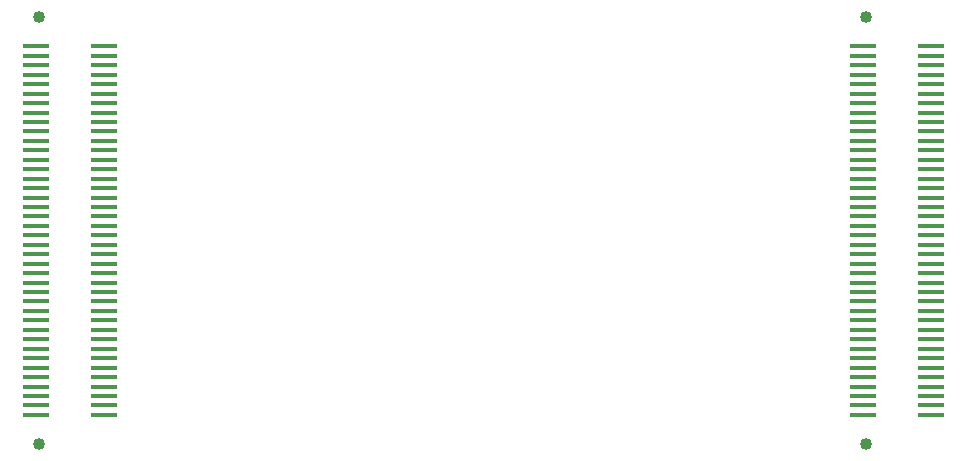
<source format=gbr>
G04 #@! TF.GenerationSoftware,KiCad,Pcbnew,9.0.0*
G04 #@! TF.CreationDate,2025-04-07T23:04:34+01:00*
G04 #@! TF.ProjectId,ephys-test-module-128,65706879-732d-4746-9573-742d6d6f6475,A*
G04 #@! TF.SameCoordinates,Original*
G04 #@! TF.FileFunction,Soldermask,Bot*
G04 #@! TF.FilePolarity,Negative*
%FSLAX46Y46*%
G04 Gerber Fmt 4.6, Leading zero omitted, Abs format (unit mm)*
G04 Created by KiCad (PCBNEW 9.0.0) date 2025-04-07 23:04:34*
%MOMM*%
%LPD*%
G01*
G04 APERTURE LIST*
%ADD10C,1.020000*%
%ADD11R,2.273000X0.410000*%
G04 APERTURE END LIST*
D10*
G04 #@! TO.C,J2*
X118080000Y-81935000D03*
X118080000Y-118065000D03*
D11*
X123613500Y-84400000D03*
X117886500Y-84400000D03*
X123613500Y-85200000D03*
X117886500Y-85200000D03*
X123613500Y-86000000D03*
X117886500Y-86000000D03*
X123613500Y-86800000D03*
X117886500Y-86800000D03*
X123613500Y-87600000D03*
X117886500Y-87600000D03*
X123613500Y-88400000D03*
X117886500Y-88400000D03*
X123613500Y-89200000D03*
X117886500Y-89200000D03*
X123613500Y-90000000D03*
X117886500Y-90000000D03*
X123613500Y-90800000D03*
X117886500Y-90800000D03*
X123613500Y-91600000D03*
X117886500Y-91600000D03*
X123613500Y-92400000D03*
X117886500Y-92400000D03*
X123613500Y-93200000D03*
X117886500Y-93200000D03*
X123613500Y-94000000D03*
X117886500Y-94000000D03*
X123613500Y-94800000D03*
X117886500Y-94800000D03*
X123613500Y-95600000D03*
X117886500Y-95600000D03*
X123613500Y-96400000D03*
X117886500Y-96400000D03*
X123613500Y-97200000D03*
X117886500Y-97200000D03*
X123613500Y-98000000D03*
X117886500Y-98000000D03*
X123613500Y-98800000D03*
X117886500Y-98800000D03*
X123613500Y-99600000D03*
X117886500Y-99600000D03*
X123613500Y-100400000D03*
X117886500Y-100400000D03*
X123613500Y-101200000D03*
X117886500Y-101200000D03*
X123613500Y-102000000D03*
X117886500Y-102000000D03*
X123613500Y-102800000D03*
X117886500Y-102800000D03*
X123613500Y-103600000D03*
X117886500Y-103600000D03*
X123613500Y-104400000D03*
X117886500Y-104400000D03*
X123613500Y-105200000D03*
X117886500Y-105200000D03*
X123613500Y-106000000D03*
X117886500Y-106000000D03*
X123613500Y-106800000D03*
X117886500Y-106800000D03*
X123613500Y-107600000D03*
X117886500Y-107600000D03*
X123613500Y-108400000D03*
X117886500Y-108400000D03*
X123613500Y-109200000D03*
X117886500Y-109200000D03*
X123613500Y-110000000D03*
X117886500Y-110000000D03*
X123613500Y-110800000D03*
X117886500Y-110800000D03*
X123613500Y-111600000D03*
X117886500Y-111600000D03*
X123613500Y-112400000D03*
X117886500Y-112400000D03*
X123613500Y-113200000D03*
X117886500Y-113200000D03*
X123613500Y-114000000D03*
X117886500Y-114000000D03*
X123613500Y-114800000D03*
X117886500Y-114800000D03*
X123613500Y-115600000D03*
X117886500Y-115600000D03*
G04 #@! TD*
D10*
G04 #@! TO.C,J3*
X188080750Y-81935000D03*
X188080750Y-118065000D03*
D11*
X193614250Y-84400000D03*
X187887250Y-84400000D03*
X193614250Y-85200000D03*
X187887250Y-85200000D03*
X193614250Y-86000000D03*
X187887250Y-86000000D03*
X193614250Y-86800000D03*
X187887250Y-86800000D03*
X193614250Y-87600000D03*
X187887250Y-87600000D03*
X193614250Y-88400000D03*
X187887250Y-88400000D03*
X193614250Y-89200000D03*
X187887250Y-89200000D03*
X193614250Y-90000000D03*
X187887250Y-90000000D03*
X193614250Y-90800000D03*
X187887250Y-90800000D03*
X193614250Y-91600000D03*
X187887250Y-91600000D03*
X193614250Y-92400000D03*
X187887250Y-92400000D03*
X193614250Y-93200000D03*
X187887250Y-93200000D03*
X193614250Y-94000000D03*
X187887250Y-94000000D03*
X193614250Y-94800000D03*
X187887250Y-94800000D03*
X193614250Y-95600000D03*
X187887250Y-95600000D03*
X193614250Y-96400000D03*
X187887250Y-96400000D03*
X193614250Y-97200000D03*
X187887250Y-97200000D03*
X193614250Y-98000000D03*
X187887250Y-98000000D03*
X193614250Y-98800000D03*
X187887250Y-98800000D03*
X193614250Y-99600000D03*
X187887250Y-99600000D03*
X193614250Y-100400000D03*
X187887250Y-100400000D03*
X193614250Y-101200000D03*
X187887250Y-101200000D03*
X193614250Y-102000000D03*
X187887250Y-102000000D03*
X193614250Y-102800000D03*
X187887250Y-102800000D03*
X193614250Y-103600000D03*
X187887250Y-103600000D03*
X193614250Y-104400000D03*
X187887250Y-104400000D03*
X193614250Y-105200000D03*
X187887250Y-105200000D03*
X193614250Y-106000000D03*
X187887250Y-106000000D03*
X193614250Y-106800000D03*
X187887250Y-106800000D03*
X193614250Y-107600000D03*
X187887250Y-107600000D03*
X193614250Y-108400000D03*
X187887250Y-108400000D03*
X193614250Y-109200000D03*
X187887250Y-109200000D03*
X193614250Y-110000000D03*
X187887250Y-110000000D03*
X193614250Y-110800000D03*
X187887250Y-110800000D03*
X193614250Y-111600000D03*
X187887250Y-111600000D03*
X193614250Y-112400000D03*
X187887250Y-112400000D03*
X193614250Y-113200000D03*
X187887250Y-113200000D03*
X193614250Y-114000000D03*
X187887250Y-114000000D03*
X193614250Y-114800000D03*
X187887250Y-114800000D03*
X193614250Y-115600000D03*
X187887250Y-115600000D03*
G04 #@! TD*
M02*

</source>
